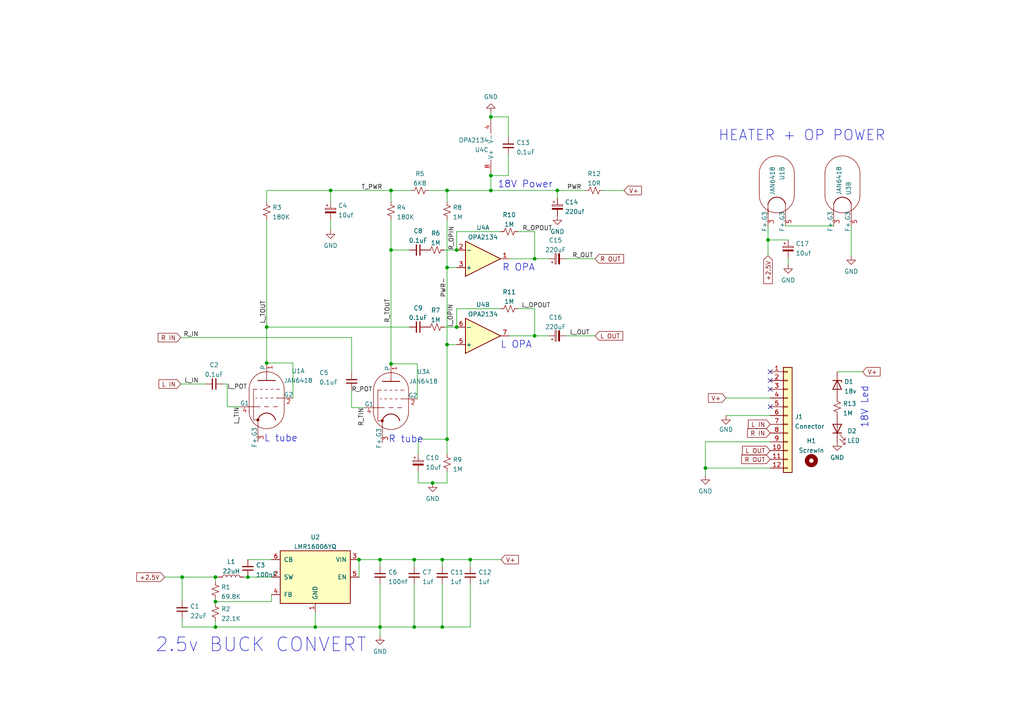
<source format=kicad_sch>
(kicad_sch (version 20211123) (generator eeschema)
  (paper "A4")
  (lib_symbols
    (symbol "Amplifier_Operational:OPA2134" (pin_names (offset 0.127))
      (property "Reference" "U" (at 0 5.08 0))
      (property "Value" "OPA2134" (at 0 -5.08 0))
      (symbol "OPA2134_1_1"
        (polyline (pts (xy -5.08 5.08) (xy 5.08 0) (xy -5.08 -5.08) (xy -5.08 5.08)) (stroke (width 0.254)) (fill (type background)))
        (pin output line (at 7.62 0 180) (length 2.54) (name "~") (number "1"))
        (pin input line (at -7.62 -2.54 0) (length 2.54) (name "-") (number "2"))
        (pin input line (at -7.62 2.54 0) (length 2.54) (name "+") (number "3"))
      )
      (symbol "OPA2134_2_1"
        (polyline (pts (xy -5.08 5.08) (xy 5.08 0) (xy -5.08 -5.08) (xy -5.08 5.08)) (stroke (width 0.254)) (fill (type background)))
        (pin input line (at -7.62 2.54 0) (length 2.54) (name "+") (number "5"))
        (pin input line (at -7.62 -2.54 0) (length 2.54) (name "-") (number "6"))
        (pin output line (at 7.62 0 180) (length 2.54) (name "~") (number "7"))
      )
      (symbol "OPA2134_3_1"
        (pin power_in line (at -2.54 -7.62 90) (length 3.81) (name "V-") (number "4"))
        (pin power_in line (at -2.54 7.62 270) (length 3.81) (name "V+") (number "8"))
      )
    )
    (symbol "Connector_Generic:Conn_01x12" (pin_names (offset 1.016) hide)
      (property "Reference" "J" (at 0 15.24 0))
      (property "Value" "Conn_01x12" (at 0 -17.78 0))
      (symbol "Conn_01x12_1_1"
        (rectangle (start -1.27 -15.113) (end 0 -15.367) (stroke (width 0.1524)))
        (rectangle (start -1.27 -12.573) (end 0 -12.827) (stroke (width 0.1524)))
        (rectangle (start -1.27 -10.033) (end 0 -10.287) (stroke (width 0.1524)))
        (rectangle (start -1.27 -7.493) (end 0 -7.747) (stroke (width 0.1524)))
        (rectangle (start -1.27 -4.953) (end 0 -5.207) (stroke (width 0.1524)))
        (rectangle (start -1.27 -2.413) (end 0 -2.667) (stroke (width 0.1524)))
        (rectangle (start -1.27 0.127) (end 0 -0.127) (stroke (width 0.1524)))
        (rectangle (start -1.27 2.667) (end 0 2.413) (stroke (width 0.1524)))
        (rectangle (start -1.27 5.207) (end 0 4.953) (stroke (width 0.1524)))
        (rectangle (start -1.27 7.747) (end 0 7.493) (stroke (width 0.1524)))
        (rectangle (start -1.27 10.287) (end 0 10.033) (stroke (width 0.1524)))
        (rectangle (start -1.27 12.827) (end 0 12.573) (stroke (width 0.1524)))
        (rectangle (start -1.27 13.97) (end 1.27 -16.51) (stroke (width 0.254)) (fill (type background)))
        (pin passive line (at -5.08 12.7 0) (length 3.81) (name "Pin_1") (number "1"))
        (pin passive line (at -5.08 -10.16 0) (length 3.81) (name "Pin_10") (number "10"))
        (pin passive line (at -5.08 -12.7 0) (length 3.81) (name "Pin_11") (number "11"))
        (pin passive line (at -5.08 -15.24 0) (length 3.81) (name "Pin_12") (number "12"))
        (pin passive line (at -5.08 10.16 0) (length 3.81) (name "Pin_2") (number "2"))
        (pin passive line (at -5.08 7.62 0) (length 3.81) (name "Pin_3") (number "3"))
        (pin passive line (at -5.08 5.08 0) (length 3.81) (name "Pin_4") (number "4"))
        (pin passive line (at -5.08 2.54 0) (length 3.81) (name "Pin_5") (number "5"))
        (pin passive line (at -5.08 0 0) (length 3.81) (name "Pin_6") (number "6"))
        (pin passive line (at -5.08 -2.54 0) (length 3.81) (name "Pin_7") (number "7"))
        (pin passive line (at -5.08 -5.08 0) (length 3.81) (name "Pin_8") (number "8"))
        (pin passive line (at -5.08 -7.62 0) (length 3.81) (name "Pin_9") (number "9"))
      )
    )
    (symbol "Device:C_Polarized_Small" (pin_numbers hide) (pin_names (offset 0.254) hide)
      (property "Reference" "C" (at 0.254 1.778 0))
      (property "Value" "C_Polarized_Small" (at 0.254 -2.032 0))
      (symbol "C_Polarized_Small_0_1"
        (rectangle (start -1.524 -0.3048) (end 1.524 -0.6858) (fill (type outline)))
        (rectangle (start -1.524 0.6858) (end 1.524 0.3048))
        (polyline (pts (xy -1.27 1.524) (xy -0.762 1.524)))
        (polyline (pts (xy -1.016 1.27) (xy -1.016 1.778)))
      )
      (symbol "C_Polarized_Small_1_1"
        (pin passive line (at 0 2.54 270) (length 1.8542) (name "~") (number "1"))
        (pin passive line (at 0 -2.54 90) (length 1.8542) (name "~") (number "2"))
      )
    )
    (symbol "Device:C_Small" (pin_numbers hide) (pin_names (offset 0.254) hide)
      (property "Reference" "C" (at 0.254 1.778 0))
      (property "Value" "C_Small" (at 0.254 -2.032 0))
      (symbol "C_Small_0_1"
        (polyline (pts (xy -1.524 -0.508) (xy 1.524 -0.508)) (stroke (width 0.3302)))
        (polyline (pts (xy -1.524 0.508) (xy 1.524 0.508)) (stroke (width 0.3048)))
      )
      (symbol "C_Small_1_1"
        (pin passive line (at 0 2.54 270) (length 2.032) (name "~") (number "1"))
        (pin passive line (at 0 -2.54 90) (length 2.032) (name "~") (number "2"))
      )
    )
    (symbol "Device:D_Zener" (pin_numbers hide) (pin_names (offset 1.016) hide)
      (property "Reference" "D" (at 0 2.54 0))
      (property "Value" "D_Zener" (at 0 -2.54 0))
      (symbol "D_Zener_0_1"
        (polyline (pts (xy 1.27 0) (xy -1.27 0)))
        (polyline (pts (xy -1.27 -1.27) (xy -1.27 1.27) (xy -0.762 1.27)) (stroke (width 0.254)))
        (polyline (pts (xy 1.27 -1.27) (xy 1.27 1.27) (xy -1.27 0) (xy 1.27 -1.27)) (stroke (width 0.254)))
      )
      (symbol "D_Zener_1_1"
        (pin passive line (at -3.81 0 0) (length 2.54) (name "K") (number "1"))
        (pin passive line (at 3.81 0 180) (length 2.54) (name "A") (number "2"))
      )
    )
    (symbol "Device:L" (pin_numbers hide) (pin_names (offset 1.016) hide)
      (property "Reference" "L" (at -1.27 0 90))
      (property "Value" "L" (at 1.905 0 90))
      (symbol "L_0_1"
        (arc (start 0 -2.54) (mid 0.635 -1.905) (end 0 -1.27))
        (arc (start 0 -1.27) (mid 0.635 -0.635) (end 0 0))
        (arc (start 0 0) (mid 0.635 0.635) (end 0 1.27))
        (arc (start 0 1.27) (mid 0.635 1.905) (end 0 2.54))
      )
      (symbol "L_1_1"
        (pin passive line (at 0 3.81 270) (length 1.27) (name "1") (number "1"))
        (pin passive line (at 0 -3.81 90) (length 1.27) (name "2") (number "2"))
      )
    )
    (symbol "Device:LED" (pin_numbers hide) (pin_names (offset 1.016) hide)
      (property "Reference" "D" (at 0 2.54 0))
      (property "Value" "LED" (at 0 -2.54 0))
      (symbol "LED_0_1"
        (polyline (pts (xy -1.27 -1.27) (xy -1.27 1.27)) (stroke (width 0.254)))
        (polyline (pts (xy -1.27 0) (xy 1.27 0)))
        (polyline (pts (xy 1.27 -1.27) (xy 1.27 1.27) (xy -1.27 0) (xy 1.27 -1.27)) (stroke (width 0.254)))
        (polyline (pts (xy -3.048 -0.762) (xy -4.572 -2.286) (xy -3.81 -2.286) (xy -4.572 -2.286) (xy -4.572 -1.524)))
        (polyline (pts (xy -1.778 -0.762) (xy -3.302 -2.286) (xy -2.54 -2.286) (xy -3.302 -2.286) (xy -3.302 -1.524)))
      )
      (symbol "LED_1_1"
        (pin passive line (at -3.81 0 0) (length 2.54) (name "K") (number "1"))
        (pin passive line (at 3.81 0 180) (length 2.54) (name "A") (number "2"))
      )
    )
    (symbol "Device:R_Small_US" (pin_numbers hide) (pin_names (offset 0.254) hide)
      (property "Reference" "R" (at 0.762 0.508 0))
      (property "Value" "R_Small_US" (at 0.762 -1.016 0))
      (symbol "R_Small_US_1_1"
        (polyline (pts (xy 0 0) (xy 1.016 -0.381) (xy 0 -0.762) (xy -1.016 -1.143) (xy 0 -1.524)))
        (polyline (pts (xy 0 1.524) (xy 1.016 1.143) (xy 0 0.762) (xy -1.016 0.381) (xy 0 0)))
        (pin passive line (at 0 2.54 270) (length 1.016) (name "~") (number "1"))
        (pin passive line (at 0 -2.54 90) (length 1.016) (name "~") (number "2"))
      )
    )
    (symbol "Mechanical:MountingHole" (pin_names (offset 1.016))
      (property "Reference" "H" (at 0 5.08 0))
      (property "Value" "MountingHole" (at 0 3.175 0))
      (symbol "MountingHole_0_1"
        (circle (center 0 0) (radius 1.27) (stroke (width 1.27)))
      )
    )
    (symbol "Regulator_Switching:LMR16006YQ" (pin_names (offset 1.016))
      (property "Reference" "U?" (at 0 11.5865 0))
      (property "Value" "LMR16006YQ" (at 0 8.8114 0))
      (symbol "LMR16006YQ_0_1"
        (rectangle (start -10.16 7.62) (end 10.16 -7.62) (stroke (width 0.254)) (fill (type background)))
      )
      (symbol "LMR16006YQ_1_1"
        (pin power_in line (at 0 -10.16 90) (length 2.54) (name "GND") (number "1"))
        (pin output line (at 12.7 0 180) (length 2.54) (name "SW") (number "2"))
        (pin power_in line (at -12.7 5.08 0) (length 2.54) (name "VIN") (number "3"))
        (pin input line (at 12.7 -5.08 180) (length 2.54) (name "FB") (number "4"))
        (pin input line (at -12.7 0 0) (length 2.54) (name "EN") (number "5"))
        (pin input line (at 12.7 5.08 180) (length 2.54) (name "CB") (number "6"))
      )
    )
    (symbol "Valve:JAN6418" (pin_names (offset 0))
      (property "Reference" "U" (at 6.096 10.16 0))
      (property "Value" "JAN6418" (at 8.128 8.382 0))
      (symbol "JAN6418_0_1"
        (arc (start -5.08 -1.27) (mid 0 -6.35) (end 5.08 -1.27))
        (polyline (pts (xy -2.54 -7.62) (xy -2.54 -3.81)))
        (polyline (pts (xy -5.08 5.08) (xy -5.08 -1.27) (xy -5.08 -1.27)))
        (polyline (pts (xy 5.08 -1.27) (xy 5.08 5.08) (xy 5.08 5.08)))
        (arc (start 2.54 -3.81) (mid 0 -1.8268) (end -2.54 -3.81) (stroke (width 0.254)))
        (arc (start 5.08 5.08) (mid 0 10.16) (end -5.08 5.08))
        (pin power_in line (at -2.54 -10.16 90) (length 2.54) (name "F+,G3") (number "3"))
      )
      (symbol "JAN6418_1_0"
        (polyline (pts (xy -5.08 0) (xy -3.175 0)))
        (polyline (pts (xy -0.635 0) (xy 0.635 0)) (stroke (width 0.1524)))
        (polyline (pts (xy 0 7.62) (xy 0 10.16)))
        (polyline (pts (xy 1.905 0) (xy 3.175 0)) (stroke (width 0.1524)))
        (polyline (pts (xy 3.175 2.54) (xy 5.08 2.54)))
      )
      (symbol "JAN6418_1_1"
        (circle (center -2.54 -3.81) (radius 0.3556) (fill (type outline)))
        (polyline (pts (xy -3.81 5.08) (xy -2.794 5.08)) (stroke (width 0.1524)))
        (polyline (pts (xy -3.175 2.54) (xy -2.794 2.54)) (stroke (width 0.1524)))
        (polyline (pts (xy -1.905 0) (xy -3.175 0)) (stroke (width 0.1524)))
        (polyline (pts (xy -1.8542 2.54) (xy -1.2192 2.54)) (stroke (width 0.1524)))
        (polyline (pts (xy -1.8542 5.08) (xy -1.2192 5.08)) (stroke (width 0.1524)))
        (polyline (pts (xy -0.3302 2.54) (xy 0.3302 2.54)) (stroke (width 0.1524)))
        (polyline (pts (xy -0.3302 5.08) (xy 0.3302 5.08)) (stroke (width 0.1524)))
        (polyline (pts (xy 1.2192 2.54) (xy 1.8542 2.54)) (stroke (width 0.1524)))
        (polyline (pts (xy 1.2192 5.08) (xy 1.8542 5.08)) (stroke (width 0.1524)))
        (polyline (pts (xy 2.794 2.54) (xy 3.175 2.54)) (stroke (width 0.1524)))
        (polyline (pts (xy 3.81 5.08) (xy 2.794 5.08)) (stroke (width 0.1524)))
        (polyline (pts (xy -3.81 5.08) (xy -3.81 -3.81) (xy -2.54 -3.81)))
        (polyline (pts (xy -2.54 7.62) (xy 2.54 7.62) (xy 2.54 7.62)) (stroke (width 0.254)))
        (pin output line (at 0 12.7 270) (length 2.54) (name "P") (number "1"))
        (pin input line (at 7.62 2.54 180) (length 2.54) (name "G2") (number "2"))
        (pin input line (at -7.62 0 0) (length 2.54) (name "G1") (number "4"))
      )
      (symbol "JAN6418_2_1"
        (polyline (pts (xy 2.54 -7.62) (xy 2.54 -3.81)))
        (polyline (pts (xy -2.54 -6.858) (xy -2.54 -5.08) (xy -2.54 -5.08)))
        (pin power_in line (at 2.54 -10.16 90) (length 2.54) (name "F+,G3") (number "5"))
      )
    )
    (symbol "power:GND" (power) (pin_names (offset 0))
      (property "Value" "GND" (at 0 -3.81 0))
      (symbol "GND_0_1"
        (polyline (pts (xy 0 0) (xy 0 -1.27) (xy 1.27 -1.27) (xy 0 -2.54) (xy -1.27 -1.27) (xy 0 -1.27)))
      )
      (symbol "GND_1_1"
        (pin power_in line (at 0 0 270) (length 0) hide (name "GND") (number "1"))
      )
    )
  )
  (junction (at 222.758 69.596))
  (junction (at 77.343 105.283))
  (junction (at 161.671 55.245))
  (junction (at 155.067 75.057))
  (junction (at 91.44 181.864))
  (junction (at 142.367 55.245))
  (junction (at 204.597 135.763))
  (junction (at 62.484 174.498))
  (junction (at 62.484 181.864))
  (junction (at 110.236 162.306))
  (junction (at 95.885 55.245))
  (junction (at 129.667 127.381))
  (junction (at 113.411 105.537))
  (junction (at 132.461 72.517))
  (junction (at 71.882 167.386))
  (junction (at 113.411 72.517))
  (junction (at 62.484 167.386))
  (junction (at 52.832 167.386))
  (junction (at 129.667 77.597))
  (junction (at 120.142 181.864))
  (junction (at 132.461 94.869))
  (junction (at 136.398 162.306))
  (junction (at 129.667 99.949))
  (junction (at 129.667 55.245))
  (junction (at 125.476 140.081))
  (junction (at 142.367 50.927))
  (junction (at 155.067 97.409))
  (junction (at 120.142 162.306))
  (junction (at 77.343 94.869))
  (junction (at 142.367 33.909))
  (junction (at 113.411 55.245))
  (junction (at 128.27 162.306))
  (junction (at 110.236 181.864))
  (junction (at 128.27 181.864))
  (junction (at 104.14 162.306))
  (no_connect (at 223.393 112.903))
  (no_connect (at 223.393 107.823))
  (no_connect (at 223.393 110.363))
  (no_connect (at 223.393 117.983))
  (wire (pts (xy 242.824 107.823) (xy 250.19 107.823)))
  (wire (pts (xy 101.981 118.237) (xy 105.791 118.237)))
  (wire (pts (xy 62.484 174.498) (xy 62.484 175.006)))
  (wire (pts (xy 101.981 97.917) (xy 101.981 108.077)))
  (wire (pts (xy 155.067 97.409) (xy 159.131 97.409)))
  (wire (pts (xy 145.161 89.535) (xy 132.461 89.535)))
  (wire (pts (xy 52.832 181.864) (xy 62.484 181.864)))
  (wire (pts (xy 132.461 89.535) (xy 132.461 94.869)))
  (wire (pts (xy 132.461 77.597) (xy 129.667 77.597)))
  (wire (pts (xy 150.241 89.535) (xy 155.067 89.535)))
  (wire (pts (xy 110.236 181.864) (xy 110.236 184.404)))
  (wire (pts (xy 147.447 33.909) (xy 142.367 33.909)))
  (wire (pts (xy 120.142 162.306) (xy 120.142 164.338)))
  (wire (pts (xy 64.643 111.379) (xy 65.913 111.379)))
  (wire (pts (xy 210.566 120.523) (xy 223.393 120.523)))
  (wire (pts (xy 210.566 115.443) (xy 223.393 115.443)))
  (wire (pts (xy 164.211 97.409) (xy 172.593 97.409)))
  (wire (pts (xy 65.913 117.983) (xy 69.723 117.983)))
  (wire (pts (xy 121.031 115.697) (xy 121.031 105.537)))
  (wire (pts (xy 155.067 67.183) (xy 155.067 75.057)))
  (wire (pts (xy 121.285 136.779) (xy 121.285 140.081)))
  (wire (pts (xy 128.905 94.869) (xy 132.461 94.869)))
  (wire (pts (xy 129.667 55.245) (xy 142.367 55.245)))
  (wire (pts (xy 77.343 63.627) (xy 77.343 94.869)))
  (wire (pts (xy 104.14 162.306) (xy 104.14 167.386)))
  (wire (pts (xy 110.236 169.418) (xy 110.236 181.864)))
  (wire (pts (xy 101.981 97.917) (xy 52.451 97.917)))
  (wire (pts (xy 161.671 55.245) (xy 169.799 55.245)))
  (wire (pts (xy 113.411 63.627) (xy 113.411 72.517)))
  (wire (pts (xy 70.866 167.386) (xy 71.882 167.386)))
  (wire (pts (xy 71.882 162.306) (xy 78.74 162.306)))
  (wire (pts (xy 104.14 162.306) (xy 110.236 162.306)))
  (wire (pts (xy 180.975 55.245) (xy 174.879 55.245)))
  (wire (pts (xy 155.067 75.057) (xy 147.701 75.057)))
  (wire (pts (xy 128.27 162.306) (xy 128.27 164.338)))
  (wire (pts (xy 164.211 75.057) (xy 172.593 75.057)))
  (wire (pts (xy 113.411 72.517) (xy 113.411 105.537)))
  (wire (pts (xy 136.398 181.864) (xy 128.27 181.864)))
  (wire (pts (xy 222.758 69.596) (xy 222.758 74.168)))
  (wire (pts (xy 155.067 97.409) (xy 147.701 97.409)))
  (wire (pts (xy 113.411 55.245) (xy 119.253 55.245)))
  (wire (pts (xy 121.285 131.699) (xy 121.285 127.381)))
  (wire (pts (xy 204.597 128.143) (xy 223.393 128.143)))
  (wire (pts (xy 246.888 65.532) (xy 246.888 74.168)))
  (wire (pts (xy 62.484 167.386) (xy 63.246 167.386)))
  (wire (pts (xy 71.882 167.386) (xy 78.74 167.386)))
  (wire (pts (xy 77.343 94.869) (xy 77.343 105.283)))
  (wire (pts (xy 129.667 55.245) (xy 129.667 58.547)))
  (wire (pts (xy 78.74 172.466) (xy 78.74 174.498)))
  (wire (pts (xy 142.367 55.245) (xy 161.671 55.245)))
  (wire (pts (xy 161.671 57.531) (xy 161.671 55.245)))
  (wire (pts (xy 150.241 67.183) (xy 155.067 67.183)))
  (wire (pts (xy 52.832 167.386) (xy 52.832 174.244)))
  (wire (pts (xy 120.142 169.418) (xy 120.142 181.864)))
  (wire (pts (xy 62.484 180.086) (xy 62.484 181.864)))
  (wire (pts (xy 52.832 167.386) (xy 62.484 167.386)))
  (wire (pts (xy 136.398 162.306) (xy 136.398 164.338)))
  (wire (pts (xy 95.885 55.245) (xy 95.885 58.547)))
  (wire (pts (xy 52.451 111.379) (xy 59.563 111.379)))
  (wire (pts (xy 84.963 115.443) (xy 84.963 105.283)))
  (wire (pts (xy 132.461 99.949) (xy 129.667 99.949)))
  (wire (pts (xy 91.44 177.546) (xy 91.44 181.864)))
  (wire (pts (xy 121.285 140.081) (xy 125.476 140.081)))
  (wire (pts (xy 227.838 65.532) (xy 241.808 65.532)))
  (wire (pts (xy 65.913 111.379) (xy 65.913 117.983)))
  (wire (pts (xy 136.398 169.418) (xy 136.398 181.864)))
  (wire (pts (xy 78.74 174.498) (xy 62.484 174.498)))
  (wire (pts (xy 120.142 181.864) (xy 128.27 181.864)))
  (wire (pts (xy 132.461 67.183) (xy 132.461 72.517)))
  (wire (pts (xy 129.667 136.779) (xy 129.667 140.081)))
  (wire (pts (xy 142.367 50.927) (xy 142.367 55.245)))
  (wire (pts (xy 77.343 55.245) (xy 95.885 55.245)))
  (wire (pts (xy 204.597 128.143) (xy 204.597 135.763)))
  (wire (pts (xy 147.447 44.831) (xy 147.447 50.927)))
  (wire (pts (xy 91.44 181.864) (xy 110.236 181.864)))
  (wire (pts (xy 142.367 50.165) (xy 142.367 50.927)))
  (wire (pts (xy 147.447 50.927) (xy 142.367 50.927)))
  (wire (pts (xy 129.667 63.627) (xy 129.667 77.597)))
  (wire (pts (xy 113.411 55.245) (xy 113.411 58.547)))
  (wire (pts (xy 142.367 32.639) (xy 142.367 33.909)))
  (wire (pts (xy 155.067 75.057) (xy 159.131 75.057)))
  (wire (pts (xy 129.667 127.381) (xy 129.667 131.699)))
  (wire (pts (xy 129.667 99.949) (xy 129.667 127.381)))
  (wire (pts (xy 118.745 72.517) (xy 113.411 72.517)))
  (wire (pts (xy 155.067 89.535) (xy 155.067 97.409)))
  (wire (pts (xy 142.367 33.909) (xy 142.367 34.925)))
  (wire (pts (xy 62.484 173.736) (xy 62.484 174.498)))
  (wire (pts (xy 110.236 181.864) (xy 120.142 181.864)))
  (wire (pts (xy 204.597 135.763) (xy 223.393 135.763)))
  (wire (pts (xy 121.285 127.381) (xy 129.667 127.381)))
  (wire (pts (xy 222.758 65.532) (xy 222.758 69.596)))
  (wire (pts (xy 120.142 162.306) (xy 128.27 162.306)))
  (wire (pts (xy 222.758 69.596) (xy 228.6 69.596)))
  (wire (pts (xy 77.343 94.869) (xy 118.745 94.869)))
  (wire (pts (xy 95.885 55.245) (xy 113.411 55.245)))
  (wire (pts (xy 121.031 105.537) (xy 113.411 105.537)))
  (wire (pts (xy 84.963 105.283) (xy 77.343 105.283)))
  (wire (pts (xy 128.905 72.517) (xy 132.461 72.517)))
  (wire (pts (xy 204.597 135.763) (xy 204.597 137.922)))
  (wire (pts (xy 129.667 77.597) (xy 129.667 99.949)))
  (wire (pts (xy 128.27 169.418) (xy 128.27 181.864)))
  (wire (pts (xy 52.832 179.324) (xy 52.832 181.864)))
  (wire (pts (xy 147.447 39.751) (xy 147.447 33.909)))
  (wire (pts (xy 128.27 162.306) (xy 136.398 162.306)))
  (wire (pts (xy 62.484 181.864) (xy 91.44 181.864)))
  (wire (pts (xy 95.885 63.627) (xy 95.885 66.675)))
  (wire (pts (xy 145.161 67.183) (xy 132.461 67.183)))
  (wire (pts (xy 77.343 58.547) (xy 77.343 55.245)))
  (wire (pts (xy 47.752 167.386) (xy 52.832 167.386)))
  (wire (pts (xy 125.476 140.081) (xy 129.667 140.081)))
  (wire (pts (xy 124.333 55.245) (xy 129.667 55.245)))
  (wire (pts (xy 62.484 167.386) (xy 62.484 168.656)))
  (wire (pts (xy 228.6 74.676) (xy 228.6 76.708)))
  (wire (pts (xy 101.981 113.157) (xy 101.981 118.237)))
  (wire (pts (xy 136.398 162.306) (xy 145.288 162.306)))
  (wire (pts (xy 110.236 162.306) (xy 120.142 162.306)))
  (wire (pts (xy 110.236 162.306) (xy 110.236 164.338)))
  (text "R tube\n" (at 112.649 128.651 0) (effects (font (size 2 2)) (justify left bottom)))
  (text "2.5v BUCK CONVERT\n" (at 44.958 189.484 0) (effects (font (size 4 4)) (justify left bottom)))
  (text "HEATER + OP POWER" (at 208.28 41.148 0) (effects (font (size 3 3)) (justify left bottom)))
  (text "L OPA" (at 145.161 101.219 0) (effects (font (size 2 2)) (justify left bottom)))
  (text "L tube\n" (at 76.581 128.397 0) (effects (font (size 2 2)) (justify left bottom)))
  (text "18V Led" (at 251.968 124.333 90) (effects (font (size 2 2)) (justify left bottom)))
  (text "R OPA" (at 145.669 78.867 0) (effects (font (size 2 2)) (justify left bottom)))
  (text "18V Power" (at 160.401 54.737 180) (effects (font (size 2 2)) (justify right bottom)))
  (label "T_PWR" (at 104.775 55.245 0))
  (label "R_POT" (at 101.981 113.919 0))
  (label "R_IN" (at 53.213 97.917 0))
  (label "R_OPIN" (at 131.953 72.517 90))
  (label "R_TOUT" (at 113.411 93.599 90))
  (label "PWR-" (at 129.667 86.233 90))
  (label "PWR" (at 164.465 55.245 0))
  (label "L_OUT" (at 165.227 97.409 0))
  (label "R_TIN" (at 105.791 118.237 270))
  (label "L_OPOUT" (at 151.257 89.535 0))
  (label "R_OPOUT" (at 151.511 67.183 0))
  (label "L_POT" (at 65.913 113.157 0))
  (label "L_TOUT" (at 77.343 93.853 90))
  (label "L_IN" (at 53.467 111.379 0))
  (label "R_OUT" (at 165.989 75.057 0))
  (label "L_TIN" (at 69.723 117.983 270))
  (label "L_OPIN" (at 131.699 94.869 90))
  (global_label "L IN" (shape input) (at 223.393 123.063 180) (property "Intersheet References" "${INTERSHEET_REFS}" (effects hide)))
  (global_label "V+" (shape input) (at 210.566 115.443 180) (property "Intersheet References" "${INTERSHEET_REFS}" (effects hide)))
  (global_label "+2.5V" (shape input) (at 47.752 167.386 180) (property "Intersheet References" "${INTERSHEET_REFS}" (effects hide)))
  (global_label "R IN" (shape input) (at 52.451 97.917 180) (property "Intersheet References" "${INTERSHEET_REFS}" (effects hide)))
  (global_label "L OUT" (shape input) (at 223.393 130.683 180) (property "Intersheet References" "${INTERSHEET_REFS}" (effects hide)))
  (global_label "R IN" (shape input) (at 223.393 125.603 180) (property "Intersheet References" "${INTERSHEET_REFS}" (effects hide)))
  (global_label "V+" (shape input) (at 250.19 107.823 0) (property "Intersheet References" "${INTERSHEET_REFS}" (effects hide)))
  (global_label "V+" (shape input) (at 145.288 162.306 0) (property "Intersheet References" "${INTERSHEET_REFS}" (effects hide)))
  (global_label "R OUT" (shape input) (at 172.593 75.057 0) (property "Intersheet References" "${INTERSHEET_REFS}" (effects hide)))
  (global_label "L OUT" (shape input) (at 172.593 97.409 0) (property "Intersheet References" "${INTERSHEET_REFS}" (effects hide)))
  (global_label "V+" (shape input) (at 180.975 55.245 0) (property "Intersheet References" "${INTERSHEET_REFS}" (effects hide)))
  (global_label "+2.5V" (shape input) (at 222.758 74.168 270) (property "Intersheet References" "${INTERSHEET_REFS}" (effects hide)))
  (global_label "L IN" (shape input) (at 52.451 111.379 180) (property "Intersheet References" "${INTERSHEET_REFS}" (effects hide)))
  (global_label "R OUT" (shape input) (at 223.393 133.223 180) (property "Intersheet References" "${INTERSHEET_REFS}" (effects hide)))
  (symbol (lib_id "Device:R_Small_US") (at 147.701 67.183 90) (unit 1)
    (property "Reference" "R10" (at 147.701 62.3275 90))
    (property "Value" "1M" (at 147.701 65.1026 90))
    (property "Footprint" "Resistor_SMD:R_1206_3216Metric_Pad1.30x1.75mm_HandSolder" (effects hide))
  )
  (symbol (lib_id "power:GND") (at 242.824 128.143 0) (unit 1)
    (property "Reference" "#PWR0109" (effects hide))
    (property "Value" "GND" (at 242.824 132.7055 0))
  )
  (symbol (lib_id "Mechanical:MountingHole") (at 235.331 133.604 0) (unit 1)
    (property "Reference" "H1" (at 235.331 127.8595 0))
    (property "Value" "ScrewIn" (at 235.331 130.6346 0))
    (property "Footprint" "MountingHole:MountingHole_3.2mm_M3" (effects hide))
  )
  (symbol (lib_id "Device:R_Small_US") (at 121.793 55.245 270) (unit 1)
    (property "Reference" "R5" (at 121.793 50.3895 90))
    (property "Value" "6K8" (at 121.793 53.1646 90))
    (property "Footprint" "Resistor_SMD:R_1206_3216Metric_Pad1.30x1.75mm_HandSolder" (effects hide))
  )
  (symbol (lib_id "Device:R_Small_US") (at 242.824 117.983 180) (unit 1)
    (property "Reference" "R13" (at 244.475 117.0745 0) (effects (justify right)))
    (property "Value" "1M" (at 244.475 119.8496 0) (effects (justify right)))
    (property "Footprint" "Resistor_SMD:R_1206_3216Metric_Pad1.30x1.75mm_HandSolder" (effects hide))
  )
  (symbol (lib_id "Device:R_Small_US") (at 77.343 61.087 180) (unit 1)
    (property "Reference" "R3" (at 78.994 60.1785 0) (effects (justify right)))
    (property "Value" "180K" (at 78.994 62.9536 0) (effects (justify right)))
    (property "Footprint" "Resistor_SMD:R_1206_3216Metric_Pad1.30x1.75mm_HandSolder" (effects hide))
  )
  (symbol (lib_id "power:GND") (at 246.888 74.168 0) (unit 1)
    (property "Reference" "#PWR0102" (effects hide))
    (property "Value" "GND" (at 246.888 78.7305 0))
  )
  (symbol (lib_id "Valve:JAN6418") (at 113.411 118.237 0) (unit 1)
    (property "Reference" "U3" (at 122.809 107.823 0))
    (property "Value" "JAN6418" (at 122.809 110.5981 0))
    (property "Footprint" "Valve:Valve_Mini_Pentode_Linear" (effects hide))
    (property "Datasheet" "https://frank.pocnet.net/sheets/127/6/6418.pdf" (effects hide))
  )
  (symbol (lib_id "Valve:JAN6418") (at 77.343 117.983 0) (unit 1)
    (property "Reference" "U1" (at 86.487 107.5879 0))
    (property "Value" "JAN6418" (at 86.487 110.363 0))
    (property "Footprint" "Valve:Valve_Mini_Pentode_Linear" (effects hide))
    (property "Datasheet" "https://frank.pocnet.net/sheets/127/6/6418.pdf" (effects hide))
  )
  (symbol (lib_id "Device:C_Small") (at 101.981 110.617 180) (unit 1)
    (property "Reference" "C5" (at 92.583 108.0959 0) (effects (justify right)))
    (property "Value" "0.1uF" (at 92.583 110.871 0) (effects (justify right)))
    (property "Footprint" "Capacitor_THT:C_Rect_L7.2mm_W7.2mm_P5.00mm_FKS2_FKP2_MKS2_MKP2" (effects hide))
  )
  (symbol (lib_id "Device:D_Zener") (at 242.824 111.633 270) (unit 1)
    (property "Reference" "D1" (at 244.856 110.7245 90) (effects (justify left)))
    (property "Value" "18v" (at 244.856 113.4996 90) (effects (justify left)))
    (property "Footprint" "Diode_SMD:D_1206_3216Metric_Pad1.42x1.75mm_HandSolder" (effects hide))
  )
  (symbol (lib_id "Device:LED") (at 242.824 124.333 90) (unit 1)
    (property "Reference" "D2" (at 245.745 125.012 90) (effects (justify right)))
    (property "Value" "LED" (at 245.745 127.7871 90) (effects (justify right)))
    (property "Footprint" "LED_SMD:LED_1206_3216Metric_Pad1.42x1.75mm_HandSolder" (effects hide))
  )
  (symbol (lib_id "Connector_Generic:Conn_01x12") (at 228.473 120.523 0) (unit 1)
    (property "Reference" "J1" (at 230.505 120.8845 0) (effects (justify left)))
    (property "Value" "Conector" (at 230.505 123.6596 0) (effects (justify left)))
    (property "Footprint" "TSD MIXER FOOTPRINTS:PinHeader_2x12_P2.54mm_Vertical" (effects hide))
  )
  (symbol (lib_id "Valve:JAN6418") (at 225.298 55.372 0) (unit 2)
    (property "Reference" "U1" (at 226.822 48.26 90) (effects (justify right)))
    (property "Value" "JAN6418" (at 224.0469 48.26 90) (effects (justify right)))
    (property "Footprint" "Valve:Valve_Mini_Pentode_Linear" (effects hide))
    (property "Datasheet" "https://frank.pocnet.net/sheets/127/6/6418.pdf" (effects hide))
  )
  (symbol (lib_id "Regulator_Switching:LMR16006YQ") (at 91.44 167.386 0) (mirror y) (unit 1)
    (property "Reference" "U2" (at 91.44 155.7995 0))
    (property "Value" "LMR16006YQ" (at 91.44 158.5746 0))
    (property "Footprint" "Package_TO_SOT_SMD:SOT-23-6" (effects hide))
    (property "Datasheet" "http://www.ti.com/lit/ds/symlink/lmr16006y-q1.pdf" (effects hide))
  )
  (symbol (lib_id "power:GND") (at 161.671 62.611 0) (unit 1)
    (property "Reference" "#PWR0110" (effects hide))
    (property "Value" "GND" (at 161.671 67.1735 0))
  )
  (symbol (lib_id "power:GND") (at 142.367 32.639 180) (unit 1)
    (property "Reference" "#PWR0103" (effects hide))
    (property "Value" "GND" (at 142.367 28.0765 0))
  )
  (symbol (lib_id "power:GND") (at 210.566 120.523 0) (unit 1)
    (property "Reference" "#PWR0105" (effects hide))
    (property "Value" "GND" (at 208.534 124.587 0) (effects (justify left)))
  )
  (symbol (lib_id "Device:R_Small_US") (at 113.411 61.087 180) (unit 1)
    (property "Reference" "R4" (at 115.062 60.1785 0) (effects (justify right)))
    (property "Value" "180K" (at 115.062 62.9536 0) (effects (justify right)))
    (property "Footprint" "Resistor_SMD:R_1206_3216Metric_Pad1.30x1.75mm_HandSolder" (effects hide))
  )
  (symbol (lib_id "Device:C_Small") (at 120.142 166.878 0) (unit 1)
    (property "Reference" "C7" (at 122.4661 165.9758 0) (effects (justify left)))
    (property "Value" "1uf" (at 122.4661 168.7509 0) (effects (justify left)))
    (property "Footprint" "Capacitor_SMD:C_0603_1608Metric_Pad1.08x0.95mm_HandSolder" (effects hide))
  )
  (symbol (lib_id "Device:R_Small_US") (at 129.667 134.239 0) (unit 1)
    (property "Reference" "R9" (at 131.318 133.3305 0) (effects (justify left)))
    (property "Value" "1M" (at 131.318 136.1056 0) (effects (justify left)))
    (property "Footprint" "Resistor_SMD:R_1206_3216Metric_Pad1.30x1.75mm_HandSolder" (effects hide))
  )
  (symbol (lib_id "Device:R_Small_US") (at 62.484 171.196 0) (unit 1)
    (property "Reference" "R1" (at 64.135 170.2875 0) (effects (justify left)))
    (property "Value" "69.8K" (at 64.135 173.0626 0) (effects (justify left)))
    (property "Footprint" "Resistor_SMD:R_0402_1005Metric_Pad0.72x0.64mm_HandSolder" (effects hide))
  )
  (symbol (lib_id "Device:C_Small") (at 71.882 164.846 180) (unit 1)
    (property "Reference" "C3" (at 74.2061 163.9311 0) (effects (justify right)))
    (property "Value" "100nF" (at 74.2061 166.7062 0) (effects (justify right)))
    (property "Footprint" "Capacitor_SMD:C_0402_1005Metric_Pad0.74x0.62mm_HandSolder" (effects hide))
  )
  (symbol (lib_id "Device:R_Small_US") (at 129.667 61.087 180) (unit 1)
    (property "Reference" "R8" (at 131.318 60.1785 0) (effects (justify right)))
    (property "Value" "1M" (at 131.318 62.9536 0) (effects (justify right)))
    (property "Footprint" "Resistor_SMD:R_1206_3216Metric_Pad1.30x1.75mm_HandSolder" (effects hide))
  )
  (symbol (lib_id "Device:C_Small") (at 121.285 94.869 270) (unit 1)
    (property "Reference" "C9" (at 121.2786 89.3404 90))
    (property "Value" "0.1uF" (at 121.2786 92.1155 90))
    (property "Footprint" "Capacitor_THT:C_Rect_L7.2mm_W7.2mm_P5.00mm_FKS2_FKP2_MKS2_MKP2" (effects hide))
  )
  (symbol (lib_id "power:GND") (at 228.6 76.708 0) (unit 1)
    (property "Reference" "#PWR0101" (effects hide))
    (property "Value" "GND" (at 228.6 81.2705 0))
  )
  (symbol (lib_id "power:GND") (at 204.597 137.922 0) (unit 1)
    (property "Reference" "#PWR0106" (effects hide))
    (property "Value" "GND" (at 204.597 142.4845 0))
  )
  (symbol (lib_id "Device:L") (at 67.056 167.386 90) (unit 1)
    (property "Reference" "L1" (at 67.056 162.9115 90))
    (property "Value" "22uH" (at 67.056 165.6866 90))
    (property "Footprint" "Inductor_SMD:L_Bourns_SDR1806" (effects hide))
  )
  (symbol (lib_id "Device:R_Small_US") (at 172.339 55.245 270) (unit 1)
    (property "Reference" "R12" (at 172.339 50.3895 90))
    (property "Value" "10R" (at 172.339 53.1646 90))
    (property "Footprint" "Resistor_SMD:R_1206_3216Metric_Pad1.30x1.75mm_HandSolder" (effects hide))
  )
  (symbol (lib_id "power:GND") (at 110.236 184.404 0) (unit 1)
    (property "Reference" "#PWR0104" (effects hide))
    (property "Value" "GND" (at 110.236 188.9665 0))
  )
  (symbol (lib_id "Device:C_Polarized_Small") (at 161.671 97.409 90) (unit 1)
    (property "Reference" "C16" (at 161.1249 92.0455 90))
    (property "Value" "220uF" (at 161.1249 94.8206 90))
    (property "Footprint" "Capacitor_THT:CP_Radial_D10.0mm_P5.00mm_P7.50mm" (effects hide))
  )
  (symbol (lib_id "Device:C_Polarized_Small") (at 161.671 60.071 0) (unit 1)
    (property "Reference" "C14" (at 163.83 58.6164 0) (effects (justify left)))
    (property "Value" "220uf" (at 163.83 61.3915 0) (effects (justify left)))
    (property "Footprint" "Capacitor_THT:CP_Radial_D10.0mm_P5.00mm_P7.50mm" (effects hide))
  )
  (symbol (lib_id "Device:C_Small") (at 110.236 166.878 0) (unit 1)
    (property "Reference" "C6" (at 112.5601 165.9758 0) (effects (justify left)))
    (property "Value" "100nf" (at 112.5601 168.7509 0) (effects (justify left)))
    (property "Footprint" "Capacitor_SMD:C_0603_1608Metric_Pad1.08x0.95mm_HandSolder" (effects hide))
  )
  (symbol (lib_id "Device:C_Small") (at 62.103 111.379 270) (unit 1)
    (property "Reference" "C2" (at 62.0966 105.8504 90))
    (property "Value" "0.1uF" (at 62.0966 108.6255 90))
    (property "Footprint" "Capacitor_THT:C_Rect_L7.2mm_W7.2mm_P5.00mm_FKS2_FKP2_MKS2_MKP2" (effects hide))
  )
  (symbol (lib_id "Device:C_Small") (at 136.398 166.878 0) (unit 1)
    (property "Reference" "C12" (at 138.7221 165.9758 0) (effects (justify left)))
    (property "Value" "1uf" (at 138.7221 168.7509 0) (effects (justify left)))
    (property "Footprint" "Capacitor_SMD:C_0603_1608Metric_Pad1.08x0.95mm_HandSolder" (effects hide))
  )
  (symbol (lib_id "Device:C_Small") (at 147.447 42.291 0) (unit 1)
    (property "Reference" "C13" (at 149.7711 41.3888 0) (effects (justify left)))
    (property "Value" "0.1uF" (at 149.7711 44.1639 0) (effects (justify left)))
    (property "Footprint" "Capacitor_THT:C_Rect_L7.2mm_W3.5mm_P5.00mm_FKS2_FKP2_MKS2_MKP2" (effects hide))
  )
  (symbol (lib_id "Device:C_Small") (at 128.27 166.878 0) (unit 1)
    (property "Reference" "C11" (at 130.5941 165.9758 0) (effects (justify left)))
    (property "Value" "1uf" (at 130.5941 168.7509 0) (effects (justify left)))
    (property "Footprint" "Capacitor_SMD:C_0603_1608Metric_Pad1.08x0.95mm_HandSolder" (effects hide))
  )
  (symbol (lib_id "Amplifier_Operational:OPA2134") (at 139.827 42.545 180) (unit 3)
    (property "Reference" "U4" (at 141.732 43.4535 0) (effects (justify left)))
    (property "Value" "OPA2134" (at 141.732 40.6784 0) (effects (justify left)))
    (property "Footprint" "Package_DIP:DIP-8_W7.62mm" (effects hide))
    (property "Datasheet" "http://www.ti.com/lit/ds/symlink/opa134.pdf" (effects hide))
  )
  (symbol (lib_id "Amplifier_Operational:OPA2134") (at 140.081 97.409 0) (mirror x) (unit 2)
    (property "Reference" "U4" (at 140.081 88.3625 0))
    (property "Value" "OPA2134" (at 140.081 91.1376 0))
    (property "Footprint" "Package_DIP:DIP-8_W7.62mm" (effects hide))
    (property "Datasheet" "http://www.ti.com/lit/ds/symlink/opa134.pdf" (effects hide))
  )
  (symbol (lib_id "Device:C_Small") (at 52.832 176.784 180) (unit 1)
    (property "Reference" "C1" (at 55.1561 175.8691 0) (effects (justify right)))
    (property "Value" "22uF" (at 55.1561 178.6442 0) (effects (justify right)))
    (property "Footprint" "Capacitor_SMD:C_0603_1608Metric_Pad1.08x0.95mm_HandSolder" (effects hide))
  )
  (symbol (lib_id "power:GND") (at 125.476 140.081 0) (unit 1)
    (property "Reference" "#PWR?" (effects hide))
    (property "Value" "GND" (at 125.476 144.6435 0))
  )
  (symbol (lib_id "Valve:JAN6418") (at 244.348 55.372 0) (unit 2)
    (property "Reference" "U3" (at 246.126 56.642 90) (effects (justify left)))
    (property "Value" "JAN6418" (at 243.3509 56.642 90) (effects (justify left)))
    (property "Footprint" "Valve:Valve_Mini_Pentode_Linear" (effects hide))
    (property "Datasheet" "https://frank.pocnet.net/sheets/127/6/6418.pdf" (effects hide))
  )
  (symbol (lib_id "power:GND") (at 95.885 66.675 0) (unit 1)
    (property "Reference" "#PWR0107" (effects hide))
    (property "Value" "GND" (at 95.885 71.2375 0))
  )
  (symbol (lib_id "Device:C_Polarized_Small") (at 228.6 72.136 0) (unit 1)
    (property "Reference" "C17" (at 230.759 70.6814 0) (effects (justify left)))
    (property "Value" "10uf" (at 230.759 73.4565 0) (effects (justify left)))
    (property "Footprint" "Capacitor_THT:CP_Radial_D5.0mm_P2.50mm" (effects hide))
  )
  (symbol (lib_id "Device:C_Small") (at 121.285 72.517 270) (unit 1)
    (property "Reference" "C8" (at 121.2786 66.9884 90))
    (property "Value" "0.1uF" (at 121.2786 69.7635 90))
    (property "Footprint" "Capacitor_THT:C_Rect_L7.2mm_W7.2mm_P5.00mm_FKS2_FKP2_MKS2_MKP2" (effects hide))
  )
  (symbol (lib_id "Device:C_Polarized_Small") (at 161.671 75.057 90) (unit 1)
    (property "Reference" "C15" (at 161.1249 69.6935 90))
    (property "Value" "220uF" (at 161.1249 72.4686 90))
    (property "Footprint" "Capacitor_THT:CP_Radial_D10.0mm_P5.00mm_P7.50mm" (effects hide))
  )
  (symbol (lib_id "Device:C_Polarized_Small") (at 121.285 134.239 0) (unit 1)
    (property "Reference" "C10" (at 123.444 132.7844 0) (effects (justify left)))
    (property "Value" "10uf" (at 123.444 135.5595 0) (effects (justify left)))
    (property "Footprint" "Capacitor_THT:CP_Radial_D5.0mm_P2.50mm" (effects hide))
  )
  (symbol (lib_id "Amplifier_Operational:OPA2134") (at 140.081 75.057 0) (mirror x) (unit 1)
    (property "Reference" "U4" (at 140.081 66.0105 0))
    (property "Value" "OPA2134" (at 140.081 68.7856 0))
    (property "Footprint" "Package_DIP:DIP-8_W7.62mm" (effects hide))
    (property "Datasheet" "http://www.ti.com/lit/ds/symlink/opa134.pdf" (effects hide))
  )
  (symbol (lib_id "Device:C_Polarized_Small") (at 95.885 61.087 0) (unit 1)
    (property "Reference" "C4" (at 98.044 59.6324 0) (effects (justify left)))
    (property "Value" "10uf" (at 98.044 62.4075 0) (effects (justify left)))
    (property "Footprint" "Capacitor_THT:CP_Radial_D5.0mm_P2.50mm" (effects hide))
  )
  (symbol (lib_id "Device:R_Small_US") (at 62.484 177.546 0) (unit 1)
    (property "Reference" "R2" (at 64.135 176.6375 0) (effects (justify left)))
    (property "Value" "22.1K" (at 64.135 179.4126 0) (effects (justify left)))
    (property "Footprint" "Resistor_SMD:R_0402_1005Metric_Pad0.72x0.64mm_HandSolder" (effects hide))
  )
  (symbol (lib_id "Device:R_Small_US") (at 147.701 89.535 90) (unit 1)
    (property "Reference" "R11" (at 147.701 84.6795 90))
    (property "Value" "1M" (at 147.701 87.4546 90))
    (property "Footprint" "Resistor_SMD:R_1206_3216Metric_Pad1.30x1.75mm_HandSolder" (effects hide))
  )
  (symbol (lib_id "Device:R_Small_US") (at 126.365 72.517 90) (unit 1)
    (property "Reference" "R6" (at 126.365 67.6615 90))
    (property "Value" "1M" (at 126.365 70.4366 90))
    (property "Footprint" "Resistor_SMD:R_1206_3216Metric_Pad1.30x1.75mm_HandSolder" (effects hide))
  )
  (symbol (lib_id "Device:R_Small_US") (at 126.365 94.869 90) (unit 1)
    (property "Reference" "R7" (at 126.365 90.0135 90))
    (property "Value" "1M" (at 126.365 92.7886 90))
    (property "Footprint" "Resistor_SMD:R_1206_3216Metric_Pad1.30x1.75mm_HandSolder" (effects hide))
  )
)
</source>
